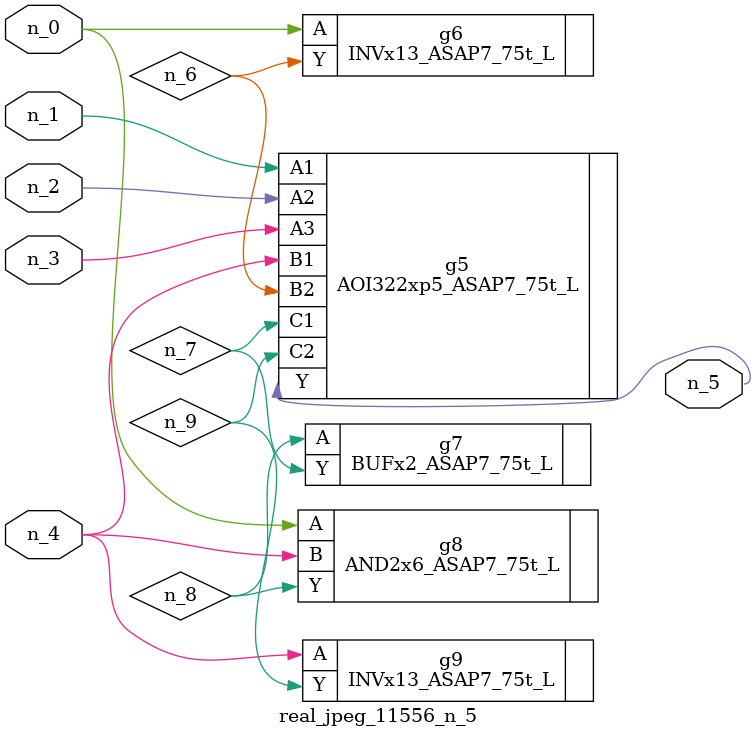
<source format=v>
module real_jpeg_11556_n_5 (n_4, n_0, n_1, n_2, n_3, n_5);

input n_4;
input n_0;
input n_1;
input n_2;
input n_3;

output n_5;

wire n_8;
wire n_6;
wire n_7;
wire n_9;

INVx13_ASAP7_75t_L g6 ( 
.A(n_0),
.Y(n_6)
);

AND2x6_ASAP7_75t_L g8 ( 
.A(n_0),
.B(n_4),
.Y(n_8)
);

AOI322xp5_ASAP7_75t_L g5 ( 
.A1(n_1),
.A2(n_2),
.A3(n_3),
.B1(n_4),
.B2(n_6),
.C1(n_7),
.C2(n_9),
.Y(n_5)
);

INVx13_ASAP7_75t_L g9 ( 
.A(n_4),
.Y(n_9)
);

BUFx2_ASAP7_75t_L g7 ( 
.A(n_8),
.Y(n_7)
);


endmodule
</source>
